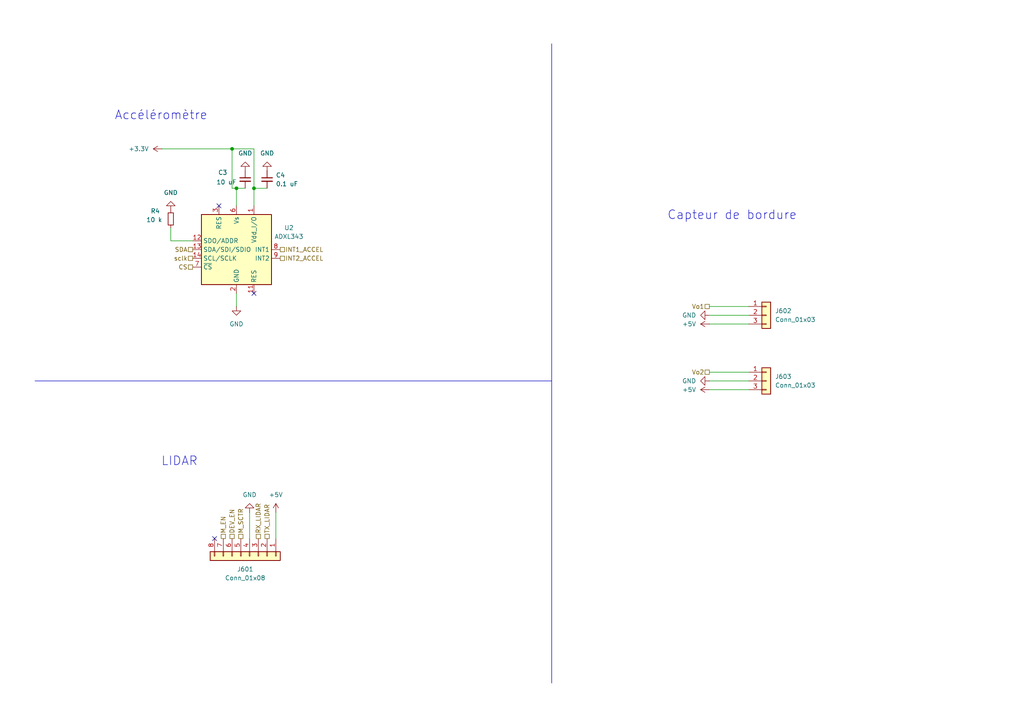
<source format=kicad_sch>
(kicad_sch (version 20231120) (generator "eeschema") (generator_version "8.0")
  (paper "A4")
  (lib_symbols
    (symbol "Connector_Generic:Conn_01x03" (pin_names (offset 1.016) hide)
      (property "Reference" "J" (at 0 5.08 0))
      (property "Value" "Conn_01x03" (at 0 -5.08 0))
      (symbol "Conn_01x03_1_1"
        (rectangle (start -1.27 -2.413) (end 0 -2.667) (stroke (width 0.1524)))
        (rectangle (start -1.27 0.127) (end 0 -0.127) (stroke (width 0.1524)))
        (rectangle (start -1.27 2.667) (end 0 2.413) (stroke (width 0.1524)))
        (rectangle (start -1.27 3.81) (end 1.27 -3.81) (stroke (width 0.254)) (fill (type background)))
        (pin passive line (at -5.08 2.54 0) (length 3.81) (name "Pin_1") (number "1"))
        (pin passive line (at -5.08 0 0) (length 3.81) (name "Pin_2") (number "2"))
        (pin passive line (at -5.08 -2.54 0) (length 3.81) (name "Pin_3") (number "3"))
      )
    )
    (symbol "Connector_Generic:Conn_01x08" (pin_names (offset 1.016) hide)
      (property "Reference" "J" (at 0 10.16 0))
      (property "Value" "Conn_01x08" (at 0 -12.7 0))
      (symbol "Conn_01x08_1_1"
        (rectangle (start -1.27 -10.033) (end 0 -10.287) (stroke (width 0.1524)))
        (rectangle (start -1.27 -7.493) (end 0 -7.747) (stroke (width 0.1524)))
        (rectangle (start -1.27 -4.953) (end 0 -5.207) (stroke (width 0.1524)))
        (rectangle (start -1.27 -2.413) (end 0 -2.667) (stroke (width 0.1524)))
        (rectangle (start -1.27 0.127) (end 0 -0.127) (stroke (width 0.1524)))
        (rectangle (start -1.27 2.667) (end 0 2.413) (stroke (width 0.1524)))
        (rectangle (start -1.27 5.207) (end 0 4.953) (stroke (width 0.1524)))
        (rectangle (start -1.27 7.747) (end 0 7.493) (stroke (width 0.1524)))
        (rectangle (start -1.27 8.89) (end 1.27 -11.43) (stroke (width 0.254)) (fill (type background)))
        (pin passive line (at -5.08 7.62 0) (length 3.81) (name "Pin_1") (number "1"))
        (pin passive line (at -5.08 5.08 0) (length 3.81) (name "Pin_2") (number "2"))
        (pin passive line (at -5.08 2.54 0) (length 3.81) (name "Pin_3") (number "3"))
        (pin passive line (at -5.08 0 0) (length 3.81) (name "Pin_4") (number "4"))
        (pin passive line (at -5.08 -2.54 0) (length 3.81) (name "Pin_5") (number "5"))
        (pin passive line (at -5.08 -5.08 0) (length 3.81) (name "Pin_6") (number "6"))
        (pin passive line (at -5.08 -7.62 0) (length 3.81) (name "Pin_7") (number "7"))
        (pin passive line (at -5.08 -10.16 0) (length 3.81) (name "Pin_8") (number "8"))
      )
    )
    (symbol "Device:C_Small" (pin_numbers hide) (pin_names (offset 0.254) hide)
      (property "Reference" "C" (at 0.254 1.778 0))
      (property "Value" "C_Small" (at 0.254 -2.032 0))
      (symbol "C_Small_0_1"
        (polyline (pts (xy -1.524 -0.508) (xy 1.524 -0.508)) (stroke (width 0.3302)))
        (polyline (pts (xy -1.524 0.508) (xy 1.524 0.508)) (stroke (width 0.3048)))
      )
      (symbol "C_Small_1_1"
        (pin passive line (at 0 2.54 270) (length 2.032) (name "~") (number "1"))
        (pin passive line (at 0 -2.54 90) (length 2.032) (name "~") (number "2"))
      )
    )
    (symbol "Device:R_Small" (pin_numbers hide) (pin_names (offset 0.254) hide)
      (property "Reference" "R" (at 0.762 0.508 0))
      (property "Value" "R_Small" (at 0.762 -1.016 0))
      (symbol "R_Small_0_1"
        (rectangle (start -0.762 1.778) (end 0.762 -1.778) (stroke (width 0.2032)))
      )
      (symbol "R_Small_1_1"
        (pin passive line (at 0 2.54 270) (length 0.762) (name "~") (number "1"))
        (pin passive line (at 0 -2.54 90) (length 0.762) (name "~") (number "2"))
      )
    )
    (symbol "Sensor_Motion:ADXL343"
      (property "Reference" "U" (at -8.89 11.43 0))
      (property "Value" "ADXL343" (at -7.62 -11.43 0))
      (symbol "ADXL343_0_1"
        (rectangle (start -10.16 10.16) (end 10.16 -10.16) (stroke (width 0.254)) (fill (type background)))
      )
      (symbol "ADXL343_1_1"
        (pin power_in line (at 5.08 12.7 270) (length 2.54) (name "Vdd_I/O") (number "1"))
        (pin no_connect line (at -5.08 -10.16 90) (length 2.54) hide (name "NC") (number "10"))
        (pin passive line (at 5.08 -12.7 90) (length 2.54) (name "RES") (number "11"))
        (pin bidirectional line (at -12.7 2.54 0) (length 2.54) (name "SDO/ADDR") (number "12"))
        (pin bidirectional line (at -12.7 0 0) (length 2.54) (name "SDA/SDI/SDIO") (number "13"))
        (pin input line (at -12.7 -2.54 0) (length 2.54) (name "SCL/SCLK") (number "14"))
        (pin power_in line (at 0 -12.7 90) (length 2.54) (name "GND") (number "2"))
        (pin passive line (at -5.08 12.7 270) (length 2.54) (name "RES") (number "3"))
        (pin passive line (at 0 -12.7 90) (length 2.54) hide (name "GND") (number "4"))
        (pin passive line (at 0 -12.7 90) (length 2.54) hide (name "GND") (number "5"))
        (pin power_in line (at 0 12.7 270) (length 2.54) (name "Vs") (number "6"))
        (pin input line (at -12.7 -5.08 0) (length 2.54) (name "~{CS}") (number "7"))
        (pin output line (at 12.7 0 180) (length 2.54) (name "INT1") (number "8"))
        (pin output line (at 12.7 -2.54 180) (length 2.54) (name "INT2") (number "9"))
      )
    )
    (symbol "power:+3.3V" (power) (pin_numbers hide) (pin_names (offset 0) hide)
      (property "Value" "+3.3V" (at 0 3.556 0))
      (symbol "+3.3V_0_1"
        (polyline (pts (xy -0.762 1.27) (xy 0 2.54)))
        (polyline (pts (xy 0 0) (xy 0 2.54)))
        (polyline (pts (xy 0 2.54) (xy 0.762 1.27)))
      )
      (symbol "+3.3V_1_1"
        (pin power_in line (at 0 0 90) (length 0) (name "~") (number "1"))
      )
    )
    (symbol "power:+5V" (power) (pin_numbers hide) (pin_names (offset 0) hide)
      (property "Value" "+5V" (at 0 3.556 0))
      (symbol "+5V_0_1"
        (polyline (pts (xy -0.762 1.27) (xy 0 2.54)))
        (polyline (pts (xy 0 0) (xy 0 2.54)))
        (polyline (pts (xy 0 2.54) (xy 0.762 1.27)))
      )
      (symbol "+5V_1_1"
        (pin power_in line (at 0 0 90) (length 0) (name "~") (number "1"))
      )
    )
    (symbol "power:GND" (power) (pin_numbers hide) (pin_names (offset 0) hide)
      (property "Value" "GND" (at 0 -3.81 0))
      (symbol "GND_0_1"
        (polyline (pts (xy 0 0) (xy 0 -1.27) (xy 1.27 -1.27) (xy 0 -2.54) (xy -1.27 -1.27) (xy 0 -1.27)))
      )
      (symbol "GND_1_1"
        (pin power_in line (at 0 0 270) (length 0) (name "~") (number "1"))
      )
    )
  )
  (junction (at 67.31 43.18))
  (junction (at 68.58 54.61))
  (junction (at 73.66 54.61))
  (no_connect (at 73.66 85.09))
  (no_connect (at 63.5 59.69))
  (no_connect (at 62.23 156.21))
  (wire (pts (xy 49.53 69.85) (xy 55.88 69.85)))
  (wire (pts (xy 205.74 91.44) (xy 217.17 91.44)))
  (wire (pts (xy 67.31 43.18) (xy 73.66 43.18)))
  (polyline (pts (xy 160.02 12.7) (xy 160.02 198.12)))
  (wire (pts (xy 73.66 54.61) (xy 73.66 59.69)))
  (wire (pts (xy 80.01 148.59) (xy 80.01 156.21)))
  (wire (pts (xy 205.74 93.98) (xy 217.17 93.98)))
  (polyline (pts (xy 10.16 110.49) (xy 160.02 110.49)))
  (wire (pts (xy 205.74 110.49) (xy 217.17 110.49)))
  (wire (pts (xy 205.74 88.9) (xy 217.17 88.9)))
  (wire (pts (xy 68.58 85.09) (xy 68.58 88.9)))
  (wire (pts (xy 68.58 54.61) (xy 67.31 54.61)))
  (wire (pts (xy 73.66 54.61) (xy 77.47 54.61)))
  (wire (pts (xy 205.74 107.95) (xy 217.17 107.95)))
  (wire (pts (xy 68.58 59.69) (xy 68.58 54.61)))
  (wire (pts (xy 72.39 148.59) (xy 72.39 156.21)))
  (wire (pts (xy 46.99 43.18) (xy 67.31 43.18)))
  (wire (pts (xy 67.31 43.18) (xy 67.31 54.61)))
  (wire (pts (xy 205.74 113.03) (xy 217.17 113.03)))
  (wire (pts (xy 73.66 43.18) (xy 73.66 54.61)))
  (wire (pts (xy 68.58 54.61) (xy 71.12 54.61)))
  (wire (pts (xy 49.53 66.04) (xy 49.53 69.85)))
  (text "LIDAR" (at 52.07 133.858 0) (effects (font (size 2.54 2.54))))
  (text "Accéléromètre" (at 46.736 33.528 0) (effects (font (size 2.54 2.54))))
  (text "Capteur de bordure\n" (at 212.344 62.484 0) (effects (font (size 2.54 2.54))))
  (hierarchical_label "sclk" (shape passive) (at 55.88 74.93 180))
  (hierarchical_label "INT1_ACCEL" (shape passive) (at 81.28 72.39 0))
  (hierarchical_label "RX_LIDAR" (shape passive) (at 74.93 156.21 90))
  (hierarchical_label "DEV_EN" (shape passive) (at 67.31 156.21 90))
  (hierarchical_label "Vo1" (shape passive) (at 205.74 88.9 180))
  (hierarchical_label "SDA" (shape passive) (at 55.88 72.39 180))
  (hierarchical_label "CS" (shape passive) (at 55.88 77.47 180))
  (hierarchical_label "INT2_ACCEL" (shape passive) (at 81.28 74.93 0))
  (hierarchical_label "Vo2" (shape passive) (at 205.74 107.95 180))
  (hierarchical_label "M_EN" (shape passive) (at 64.77 156.21 90))
  (hierarchical_label "M_SCTR" (shape passive) (at 69.85 156.21 90))
  (hierarchical_label "TX_LIDAR" (shape passive) (at 77.47 156.21 90))
  (symbol (lib_id "Device:C_Small") (at 71.12 52.07 0) (unit 1)
    (property "Reference" "C3" (at 63.246 50.038 0) (effects (justify left)))
    (property "Value" "10 uF" (at 62.738 52.832 0) (effects (justify left)))
    (property "Description" "Unpolarized capacitor, small symbol" (effects (hide yes)))
  )
  (symbol (lib_id "power:GND") (at 68.58 88.9 0) (unit 1)
    (property "Reference" "#PWR012" (effects (hide yes)))
    (property "Value" "GND" (at 68.58 93.98 0))
    (property "Description" "Power symbol creates a global label with name \"GND\" , ground" (effects (hide yes)))
  )
  (symbol (lib_id "power:+5V") (at 80.01 148.59 0) (unit 1)
    (property "Reference" "#PWR0602" (effects (hide yes)))
    (property "Value" "+5V" (at 80.01 143.51 0))
    (property "Description" "Power symbol creates a global label with name \"+5V\"" (effects (hide yes)))
  )
  (symbol (lib_id "Connector_Generic:Conn_01x03") (at 222.25 110.49 0) (unit 1)
    (property "Reference" "J603" (at 224.79 109.2199 0) (effects (justify left)))
    (property "Value" "Conn_01x03" (at 224.79 111.7599 0) (effects (justify left)))
    (property "Description" "Generic connector, single row, 01x03, script generated (kicad-library-utils/schlib/autogen/connector/)" (effects (hide yes)))
  )
  (symbol (lib_id "power:+5V") (at 205.74 93.98 90) (unit 1)
    (property "Reference" "#PWR0604" (effects (hide yes)))
    (property "Value" "+5V" (at 201.93 93.9799 90) (effects (justify left)))
    (property "Description" "Power symbol creates a global label with name \"+5V\"" (effects (hide yes)))
  )
  (symbol (lib_id "power:GND") (at 49.53 60.96 180) (unit 1)
    (property "Reference" "#PWR011" (effects (hide yes)))
    (property "Value" "GND" (at 49.53 55.88 0))
    (property "Description" "Power symbol creates a global label with name \"GND\" , ground" (effects (hide yes)))
  )
  (symbol (lib_id "Connector_Generic:Conn_01x08") (at 72.39 161.29 270) (unit 1)
    (property "Reference" "J601" (at 71.12 165.1 90))
    (property "Value" "Conn_01x08" (at 71.12 167.64 90))
    (property "Description" "Generic connector, single row, 01x08, script generated (kicad-library-utils/schlib/autogen/connector/)" (effects (hide yes)))
  )
  (symbol (lib_id "power:GND") (at 205.74 91.44 270) (unit 1)
    (property "Reference" "#PWR0603" (effects (hide yes)))
    (property "Value" "GND" (at 201.93 91.4399 90) (effects (justify right)))
    (property "Description" "Power symbol creates a global label with name \"GND\" , ground" (effects (hide yes)))
  )
  (symbol (lib_id "Device:C_Small") (at 77.47 52.07 0) (unit 1)
    (property "Reference" "C4" (at 80.01 50.8062 0) (effects (justify left)))
    (property "Value" "0.1 uF" (at 80.01 53.3462 0) (effects (justify left)))
    (property "Description" "Unpolarized capacitor, small symbol" (effects (hide yes)))
  )
  (symbol (lib_id "power:GND") (at 72.39 148.59 180) (unit 1)
    (property "Reference" "#PWR0601" (effects (hide yes)))
    (property "Value" "GND" (at 72.39 143.51 0))
    (property "Description" "Power symbol creates a global label with name \"GND\" , ground" (effects (hide yes)))
  )
  (symbol (lib_id "power:GND") (at 71.12 49.53 180) (unit 1)
    (property "Reference" "#PWR013" (effects (hide yes)))
    (property "Value" "GND" (at 71.12 44.45 0))
    (property "Description" "Power symbol creates a global label with name \"GND\" , ground" (effects (hide yes)))
  )
  (symbol (lib_id "power:+3.3V") (at 46.99 43.18 90) (unit 1)
    (property "Reference" "#PWR010" (effects (hide yes)))
    (property "Value" "+3.3V" (at 43.18 43.1799 90) (effects (justify left)))
    (property "Description" "Power symbol creates a global label with name \"+3.3V\"" (effects (hide yes)))
  )
  (symbol (lib_id "power:GND") (at 205.74 110.49 270) (unit 1)
    (property "Reference" "#PWR0605" (effects (hide yes)))
    (property "Value" "GND" (at 201.93 110.4899 90) (effects (justify right)))
    (property "Description" "Power symbol creates a global label with name \"GND\" , ground" (effects (hide yes)))
  )
  (symbol (lib_id "Device:R_Small") (at 49.53 63.5 0) (unit 1)
    (property "Reference" "R4" (at 43.688 61.214 0) (effects (justify left)))
    (property "Value" "10 k" (at 42.418 63.754 0) (effects (justify left)))
    (property "Description" "Resistor, small symbol" (effects (hide yes)))
  )
  (symbol (lib_id "power:GND") (at 77.47 49.53 180) (unit 1)
    (property "Reference" "#PWR014" (effects (hide yes)))
    (property "Value" "GND" (at 77.47 44.45 0))
    (property "Description" "Power symbol creates a global label with name \"GND\" , ground" (effects (hide yes)))
  )
  (symbol (lib_id "power:+5V") (at 205.74 113.03 90) (unit 1)
    (property "Reference" "#PWR0606" (effects (hide yes)))
    (property "Value" "+5V" (at 201.93 113.0299 90) (effects (justify left)))
    (property "Description" "Power symbol creates a global label with name \"+5V\"" (effects (hide yes)))
  )
  (symbol (lib_id "Sensor_Motion:ADXL343") (at 68.58 72.39 0) (unit 1)
    (property "Reference" "U2" (at 83.82 66.0714 0))
    (property "Value" "ADXL343" (at 83.82 68.6114 0))
    (property "Footprint" "Package_LGA:LGA-14_3x5mm_P0.8mm_LayoutBorder1x6y" (effects (hide yes)))
    (property "Datasheet" "https://www.analog.com/media/en/technical-documentation/data-sheets/ADXL343.pdf" (effects (hide yes)))
    (property "Description" "3-Axis MEMS Accelerometer, 2/4/8/16g range, I2C/SPI, LGA-14" (effects (hide yes)))
  )
  (symbol (lib_id "Connector_Generic:Conn_01x03") (at 222.25 91.44 0) (unit 1)
    (property "Reference" "J602" (at 224.79 90.1699 0) (effects (justify left)))
    (property "Value" "Conn_01x03" (at 224.79 92.7099 0) (effects (justify left)))
    (property "Description" "Generic connector, single row, 01x03, script generated (kicad-library-utils/schlib/autogen/connector/)" (effects (hide yes)))
  )
)
</source>
